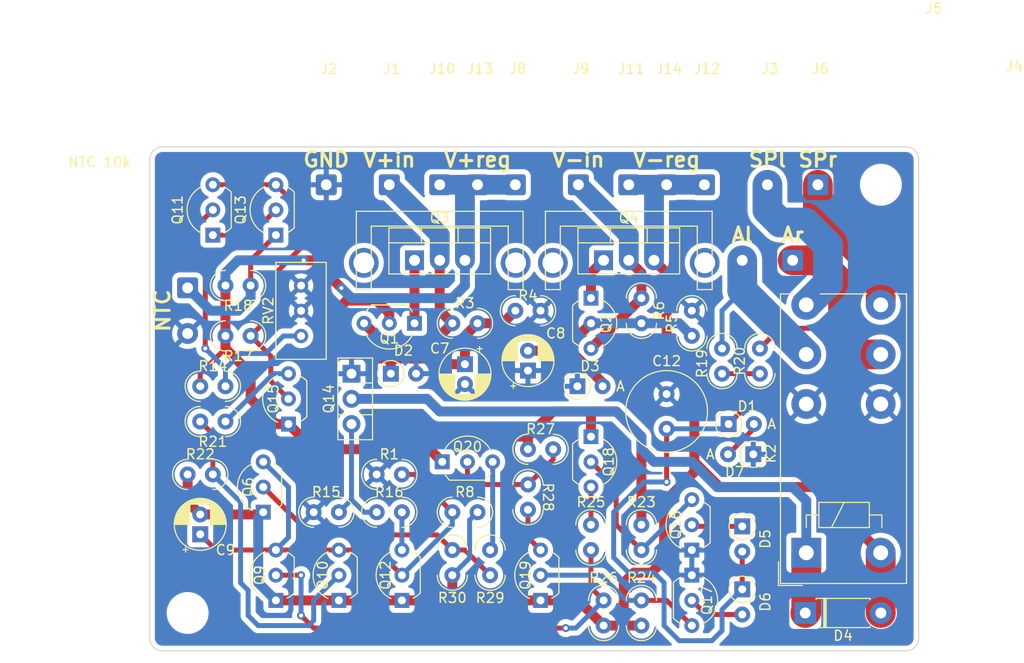
<source format=kicad_pcb>
(kicad_pcb (version 20221018) (generator pcbnew)
  (layers (0 "F.Cu" signal) (31 "B.Cu" signal) (34 "B.Paste" user) (35 "F.Paste" user) (36 "B.SilkS" user "B.Silkscreen") (37 "F.SilkS" user "F.Silkscreen") (38 "B.Mask" user) (39 "F.Mask" user) (44 "Edge.Cuts" user))
  (net 0 "")
  (net 1 "GND")
  (net 2 "Net-(C7-Pad1)")
  (net 3 "Net-(C8-Pad2)")
  (net 4 "Net-(C9-Pad1)")
  (net 5 "/-12V_reg")
  (net 6 "Net-(D4-Pad1)")
  (net 7 "Net-(C12-Pad1)")
  (net 8 "/V+_unreg")
  (net 9 "Net-(D5-Pad1)")
  (net 10 "Net-(D6-Pad2)")
  (net 11 "/protection_logic/spkr_l")
  (net 12 "/protection_logic/amp_l")
  (net 13 "/protection_logic/amp_r")
  (net 14 "/protection_logic/spkr_r")
  (net 15 "Net-(J7-Pad1)")
  (net 16 "/V-_unreg")
  (net 17 "Net-(Q1-Pad1)")
  (net 18 "/+12V_reg")
  (net 19 "Net-(Q2-Pad1)")
  (net 20 "Net-(Q6-Pad2)")
  (net 21 "Net-(Q9-Pad2)")
  (net 22 "Net-(Q10-Pad2)")
  (net 23 "Net-(Q11-Pad2)")
  (net 24 "Net-(Q11-Pad3)")
  (net 25 "Net-(Q11-Pad1)")
  (net 26 "Net-(Q12-Pad3)")
  (net 27 "Net-(Q14-Pad3)")
  (net 28 "Net-(Q15-Pad3)")
  (net 29 "Net-(Q16-Pad3)")
  (net 30 "Net-(Q17-Pad3)")
  (net 31 "Net-(Q18-Pad3)")
  (net 32 "Net-(Q19-Pad3)")
  (net 33 "Net-(Q20-Pad2)")
  (net 34 "Net-(Q20-Pad3)")
  (net 35 "Net-(D1-Pad2)")
  (footprint "Diode_THT:D_DO-35_SOD27_P2.54mm_Vertical_AnodeUp" (layer "F.Cu") (at 147.32 144.935686 -90)
    (fp_text reference "D6")
    (fp_text value "1N4148")
  )
  (footprint "Package_TO_SOT_THT:TO-220-3_Vertical" (layer "F.Cu") (at 114.3 111.76)
    (fp_text reference "Q3")
    (fp_text value "TIP41")
  )
  (footprint "Package_TO_SOT_THT:TO-220-3_Vertical" (layer "F.Cu") (at 133.35 111.76)
    (fp_text reference "Q4")
    (fp_text value "TIP42")
  )
  (footprint "Capacitor_THT:CP_Radial_D5.0mm_P2.00mm" (layer "F.Cu") (at 119.38 122.234888 -90)
    (fp_text reference "C7")
    (fp_text value "10u 25V")
  )
  (footprint "Resistor_THT:r_vertical_symm" (layer "F.Cu") (at 95.25 128.016 180)
    (fp_text reference "R21")
    (fp_text value "10k")
  )
  (footprint "Capacitor_THT:C_Radial_D8.0mm_H11.5mm_P3.50mm" (layer "F.Cu") (at 139.7 128.75 90)
    (fp_text reference "C12")
    (fp_text value "100u 6.3V np")
  )
  (footprint "Connector_Wire:SolderWire-0.5sqmm_1x01_D0.9mm_OD2.1mm" (layer "F.Cu") (at 120.65 104.14)
    (fp_text reference "J13")
    (fp_text value "+12V_reg")
  )
  (footprint "Connector_Wire:SolderWire-0.5sqmm_1x01_D0.9mm_OD2.1mm" (layer "F.Cu") (at 147.32 111.76)
    (fp_text reference "J4")
    (fp_text value "amp_in_l")
  )
  (footprint "Package_TO_SOT_THT:TO-92_Inline_Wide" (layer "F.Cu") (at 132.08 129.54 -90)
    (fp_text reference "Q18")
    (fp_text value "2N3906")
  )
  (footprint "Connector_Wire:SolderWire-0.5sqmm_1x01_D0.9mm_OD2.1mm" (layer "F.Cu") (at 116.84 104.14)
    (fp_text reference "J10")
    (fp_text value "+12V_reg")
  )
  (footprint "Package_TO_SOT_THT:TO-92_Inline_Wide" (layer "F.Cu") (at 93.98 109.22 90)
    (fp_text reference "Q11")
    (fp_text value "2N3904")
  )
  (footprint "Resistor_THT:r_vertical_symm" (layer "F.Cu") (at 118.11 137.16)
    (fp_text reference "R8")
    (fp_text value "27k")
  )
  (footprint "Resistor_THT:r_vertical_symm" (layer "F.Cu") (at 95.25 114.3)
    (fp_text reference "R18")
    (fp_text value "10k")
  )
  (footprint "Capacitor_THT:CP_Radial_D5.0mm_P2.00mm" (layer "F.Cu") (at 92.71 139.385113 90)
    (fp_text reference "C9")
    (fp_text value "10u 25V")
  )
  (footprint "Resistor_THT:r_vertical_symm" (layer "F.Cu") (at 110.49 137.16)
    (fp_text reference "R16")
    (fp_text value "10k")
  )
  (footprint "Package_TO_SOT_THT:TO-92_Inline_Wide" (layer "F.Cu") (at 132.08 115.57 -90)
    (fp_text reference "Q2")
    (fp_text value "2N3906")
  )
  (footprint "Connector_Wire:SolderWire-0.5sqmm_1x01_D0.9mm_OD2.1mm" (layer "F.Cu") (at 135.89 104.14)
    (fp_text reference "J11")
    (fp_text value "-12V_reg")
  )
  (footprint "Diode_THT:D_DO-35_SOD27_P2.54mm_Vertical_AnodeUp" (layer "F.Cu") (at 147.32 138.585686 -90)
    (fp_text reference "D5")
    (fp_text value "1N4148")
  )
  (footprint "Connector_Wire:SolderWire-0.5sqmm_1x01_D0.9mm_OD2.1mm" (layer "F.Cu") (at 149.86 104.14)
    (fp_text reference "J3")
    (fp_text value "spkr_out_l")
  )
  (footprint "Resistor_THT:r_vertical_symm" (layer "F.Cu") (at 118.11 140.97 -90)
    (fp_text reference "R30")
    (fp_text value "1k")
  )
  (footprint "Resistor_THT:r_vertical_symm" (layer "F.Cu") (at 124.46 116.84)
    (fp_text reference "R4")
    (fp_text value "27k")
  )
  (footprint "Connector_Wire:SolderWire-0.5sqmm_1x01_D0.9mm_OD2.1mm" (layer "F.Cu") (at 124.46 104.14)
    (fp_text reference "J8")
    (fp_text value "+12V_reg")
  )
  (footprint "Resistor_THT:r_vertical_symm" (layer "F.Cu") (at 118.11 118.11)
    (fp_text reference "R3")
    (fp_text value "4k7")
  )
  (footprint "Resistor_THT:r_vertical_symm" (layer "F.Cu") (at 137.16 146.05 -90)
    (fp_text reference "R24")
    (fp_text value "100k")
  )
  (footprint "Connector_Wire:SolderWire-0.5sqmm_1x01_D0.9mm_OD2.1mm" (layer "F.Cu") (at 143.51 104.14)
    (fp_text reference "J12")
    (fp_text value "-12V_reg")
  )
  (footprint "Resistor_THT:r_vertical_symm" (layer "F.Cu") (at 137.16 138.43 -90)
    (fp_text reference "R23")
    (fp_text value "100k")
  )
  (footprint "Resistor_THT:r_vertical_symm" (layer "F.Cu") (at 132.08 138.43 -90)
    (fp_text reference "R25")
    (fp_text value "10k")
  )
  (footprint "Package_TO_SOT_THT:TO-92_Inline_Wide" (layer "F.Cu") (at 142.24 143.51 -90)
    (fp_text reference "Q17")
    (fp_text value "2N3906")
  )
  (footprint "Resistor_THT:r_vertical_symm" (layer "F.Cu") (at 133.35 146.05 -90)
    (fp_text reference "R26")
    (fp_text value "1k")
  )
  (footprint "Package_TO_SOT_THT:TO-92_Inline_Wide" (layer "F.Cu") (at 127 146.05 90)
    (fp_text reference "Q19")
    (fp_text value "2N3904")
  )
  (footprint "Package_TO_SOT_THT:TO-92_Inline_Wide" (layer "F.Cu") (at 142.24 140.97 90)
    (fp_text reference "Q16")
    (fp_text value "2N3904")
  )
  (footprint "Diode_THT:D_DO-41_SOD81_P7.62mm_Horizontal" (layer "F.Cu") (at 153.67 147.32)
    (fp_text reference "D4")
    (fp_text value "D")
  )
  (footprint "Connector_Wire:SolderWire-0.5sqmm_1x01_D0.9mm_OD2.1mm" (layer "F.Cu") (at 111.76 104.14)
    (fp_text reference "J1")
    (fp_text value "V+_unreg")
  )
  (footprint "Capacitor_THT:CP_Radial_D5.0mm_P2.00mm" (layer "F.Cu") (at 125.73 122.875113 90)
    (fp_text reference "C8")
    (fp_text value "10u 25V")
  )
  (footprint "Package_TO_SOT_THT:TO-92_Inline_Wide" (layer "F.Cu") (at 100.33 146.05 90)
    (fp_text reference "Q9")
    (fp_text value "2N3904")
  )
  (footprint "Resistor_THT:r_vertical_symm" (layer "F.Cu") (at 121.92 140.97 -90)
    (fp_text reference "R29")
    (fp_text value "10k")
  )
  (footprint "Resistor_THT:r_vertical_symm" (layer "F.Cu") (at 125.73 130.81)
    (fp_text reference "R27")
    (fp_text value "1k")
  )
  (footprint "Package_TO_SOT_THT:TO-92_Inline_Wide" (layer "F.Cu") (at 99.06 137.16 90)
    (fp_text reference "Q6")
    (fp_text value "2N3904")
  )
  (footprint "Resistor_THT:r_vertical_symm" (layer "F.Cu") (at 142.24 116.84 -90)
    (fp_text reference "R5")
    (fp_text value "27k")
  )
  (footprint "Heatsink:heatsink_TO220_22KperW" (layer "F.Cu") (at 135.89 112.014)
    (fp_text reference "REF**")
    (fp_text value "heatsink_TO220_22KperW")
  )
  (footprint "Connector_Wire:SolderWire-0.5sqmm_1x01_D0.9mm_OD2.1mm" (layer "F.Cu") (at 152.4 111.76)
    (fp_text reference "J5")
    (fp_text value "amp_in_r")
  )
  (footprint "Connector_Wire:SolderWire-0.5sqmm_1x01_D0.9mm_OD2.1mm" (layer "F.Cu") (at 139.7 104.14)
    (fp_text reference "J14")
    (fp_text value "-12V_reg")
  )
  (footprint "Potentiometer_THT:Potentiometer_Bourns_3296W_Vertical" (layer "F.Cu") (at 102.87 119.39 -90)
    (fp_text reference "RV2")
    (fp_text value "10k")
  )
  (footprint "Resistor_THT:r_vertical_symm" (layer "F.Cu") (at 93.98 133.35 180)
    (fp_text reference "R22")
    (fp_text value "1k")
  )
  (footprint "Diode_THT:D_DO-35_SOD27_P2.54mm_Vertical_AnodeUp" (layer "F.Cu") (at 130.711686 124.46)
    (fp_text reference "D3")
    (fp_text value "Zener_13V")
  )
  (footprint "Diode_THT:D_DO-35_SOD27_P2.54mm_Vertical_AnodeUp" (layer "F.Cu") (at 148.434315 131.318 180)
    (fp_text reference "D7")
    (fp_text value "Zener_5V")
  )
  (footprint "Diode_THT:D_DO-35_SOD27_P2.54mm_Vertical_AnodeUp" (layer "F.Cu") (at 111.915686 123.19)
    (fp_text reference "D2")
    (fp_text value "Zener_13V")
  )
  (footprint "Resistor_THT:r_vertical_symm" (layer "F.Cu") (at 149.098 120.65 -90)
    (fp_text reference "R20")
    (fp_text value "10k")
  )
  (footprint "Resistor_THT:r_vertical_symm" (layer "F.Cu") (at 145.288 120.65 -90)
    (fp_text reference "R19")
    (fp_text value "10k")
  )
  (footprint "Heatsink:heatsink_TO220_22KperW" (layer "F.Cu") (at 116.84 112.014)
    (fp_text reference "REF**")
    (fp_text value "heatsink_TO220_22KperW")
  )
  (footprint "Connector_Wire:SolderWire-0.5sqmm_1x01_D0.9mm_OD2.1mm" (layer "F.Cu") (at 154.94 104.14)
    (fp_text reference "J6")
    (fp_text value "spkr_out_r")
  )
  (footprint "Package_TO_SOT_THT:TO-92_Inline_Wide" (layer "F.Cu") (at 117.094 132.08)
    (fp_text reference "Q20")
    (fp_text value "2N3906")
  )
  (footprint "Package_TO_SOT_THT:TO-92_Inline_Wide" (layer "F.Cu") (at 114.3 118.11 180)
    (fp_text reference "Q1")
    (fp_text value "2N3904")
  )
  (footprint "Diode_THT:D_DO-35_SOD27_P2.54mm_Vertical_AnodeUp" (layer "F.Cu") (at 145.951686 128.27)
    (fp_text reference "D1")
    (fp_text value "Zener_5V")
  )
  (footprint "Package_TO_SOT_THT:TO-92_Inline_Wide" (layer "F.Cu") (at 106.68 146.05 90)
    (fp_text reference "Q10")
    (fp_text value "2N3904")
  )
  (footprint "Relay_THT:Relay_DPDT_Finder_40.52" (layer "F.Cu") (at 153.7725 141.2475 90)
    (fp_text reference "K2")
    (fp_text value "FINDER-40.52")
  )
  (footprint "MountingHole:MountingHole_3.2mm_M3" (layer "F.Cu") (at 161.29 104.14)
    (fp_text reference "H2")
    (fp_text value "MountingHole")
  )
  (footprint "Connector_Wire:SolderWire-0.5sqmm_1x02_P4.6mm_D0.9mm_OD2.1mm" (layer "F.Cu") (at 91.44 114.54 -90)
    (fp_text reference "J7")
    (fp_text value "NTC_10k")
  )
  (footprint "Package_TO_SOT_THT:TO-92_Inline_Wide" (layer "F.Cu") (at 101.6 128.27 90)
    (fp_text reference "Q15")
    (fp_text value "2N3906")
  )
  (footprint "Package_TO_SOT_THT:TO-126-3_Vertical" (layer "F.Cu") (at 107.95 123.19 -90)
    (fp_text reference "Q14")
    (fp_text value "BD140")
  )
  (footprint "Resistor_THT:r_vertical_symm" (layer "F.Cu") (at 137.16 118.11 90)
    (fp_text reference "R6")
    (fp_text value "4k7")
  )
  (footprint "Resistor_THT:r_vertical_symm" (layer "F.Cu") (at 95.25 119.38)
    (fp_text reference "R17")
    (fp_text value "100k")
  )
  (footprint "Connector_Wire:SolderWire-0.5sqmm_1x01_D0.9mm_OD2.1mm" (layer "F.Cu") (at 105.41 104.14)
    (fp_text reference "J2")
    (fp_text value "GND_in")
  )
  (footprint "Resistor_THT:r_vertical_symm" (layer "F.Cu") (at 104.14 137.16)
    (fp_text reference "R15")
    (fp_text value "2k2")
  )
  (footprint "Resistor_THT:r_vertical_symm" (layer "F.Cu") (at 125.73 134.366 -90)
    (fp_text reference "R28")
    (fp_text value "10k")
  )
  (footprint "Package_TO_SOT_THT:TO-92_Inline_Wide" (layer "F.Cu") (at 100.33 109.22 90)
    (fp_text reference "Q13")
    (fp_text value "2N3904")
  )
  (footprint "Resistor_THT:r_vertical_symm" (layer "F.Cu") (at 92.71 124.46)
    (fp_text reference "R14")
    (fp_text value "10k")
  )
  (footprint "MountingHole:MountingHole_3.2mm_M3" (layer "F.Cu") (at 91.44 147.32)
    (fp_text reference "H1")
    (fp_text value "MountingHole")
  )
  (footprint "Resistor_THT:r_vertical_symm" (layer "F.Cu") (at 110.49 133.35)
    (fp_text reference "R1")
    (fp_text value "100k")
  )
  (footprint "Package_TO_SOT_THT:TO-92_Inline_Wide" (layer "F.Cu") (at 113.03 146.05 90)
    (fp_text reference "Q12")
    (fp_text value "2N3904")
  )
  (footprint "Connector_Wire:SolderWire-0.5sqmm_1x01_D0.9mm_OD2.1mm" (layer "F.Cu") (at 130.81 104.14)
    (fp_text reference "J9")
    (fp_text value "V-_unreg")
  )
  (gr_arc (start 88.9 151.13) (mid 88.001974 150.758026) (end 87.63 149.86) (stroke (width 0.1)) (layer "Edge.Cuts"))
  (gr_line (start 88.9 151.13) (end 163.83 151.13) (stroke (width 0.1)) (layer "Edge.Cuts"))
  (gr_line (start 88.9 100.33) (end 163.83 100.33) (stroke (width 0.1)) (layer "Edge.Cuts"))
  (gr_arc (start 165.1 149.86) (mid 164.728026 150.758026) (end 163.83 151.13) (stroke (width 0.1)) (layer "Edge.Cuts"))
  (gr_line (start 87.63 101.6) (end 87.63 149.86) (stroke (width 0.1)) (layer "Edge.Cuts"))
  (gr_line (start 165.1 101.6) (end 165.1 149.86) (stroke (width 0.1)) (layer "Edge.Cuts"))
  (gr_arc (start 163.83 100.33) (mid 164.728026 100.701974) (end 165.1 101.6) (stroke (width 0.1)) (layer "Edge.Cuts"))
  (gr_arc (start 87.63 101.6) (mid 88.001974 100.701974) (end 88.9 100.33) (stroke (width 0.1)) (layer "Edge.Cuts"))
  (gr_text "Al" (at 147.32 109.22) (layer "F.SilkS") (effects (font (size 1.5 1.5) (thickness 0.3))))
  (gr_text "NTC" (at 88.9 116.84 90) (layer "F.SilkS") (effects (font (size 1.5 1.5) (thickness 0.3))))
  (gr_text "NTC 10k" (at 82.55 101.854) (layer "F.SilkS") (effects (font (size 1 1))))
  (gr_text "V+in" (at 111.76 101.6) (layer "F.SilkS") (effects (font (size 1.5 1.5) (thickness 0.3))))
  (gr_text "V-in" (at 130.81 101.6) (layer "F.SilkS") (effects (font (size 1.5 1.5) (thickness 0.3))))
  (gr_text "V-reg" (at 139.7 101.6) (layer "F.SilkS") (effects (font (size 1.5 1.5) (thickness 0.3))))
  (gr_text "GND\n" (at 105.41 101.6) (layer "F.SilkS") (effects (font (size 1.5 1.5) (thickness 0.3))))
  (gr_text "Ar" (at 152.4 109.22) (layer "F.SilkS") (effects (font (size 1.5 1.5) (thickness 0.3))))
  (gr_text "SPl\n" (at 149.86 101.6) (layer "F.SilkS") (effects (font (size 1.5 1.5) (thickness 0.3))))
  (gr_text "SPr\n" (at 154.94 101.6) (layer "F.SilkS") (effects (font (size 1.5 1.5) (thickness 0.3))))
  (gr_text "V+reg" (at 120.65 101.6) (layer "F.SilkS") (effects (font (size 1.5 1.5) (thickness 0.3))))
  (segment (start 123.19 118.11) (end 124.46 116.84) (width 1) (layer "F.Cu") (net 2))
  (segment (start 110.49 115.824) (end 111.76 117.094) (width 1) (layer "F.Cu") (net 2))
  (segment (start 119.38 120.65) (end 119.38 119.38) (width 1) (layer "F.Cu") (net 2))
  (segment (start 106.426 116.84) (end 107.442 115.824) (width 1) (layer "F.Cu") (net 2))
  (segment (start 119.38 122.234888) (end 117.154888 122.234888) (width 1) (layer "F.Cu") (net 2))
  (segment (start 107.442 115.824) (end 110.49 115.824) (width 1) (layer "F.Cu") (net 2))
  (segment (start 119.38 119.38) (end 120.65 118.11) (width 1) (layer "F.Cu") (net 2))
  (segment (start 119.38 122.234888) (end 119.38 120.65) (width 1) (layer "F.Cu") (net 2))
  (segment (start 106.426 118.364) (end 106.426 116.84) (width 1) (layer "F.Cu") (net 2))
  (segment (start 111.915686 121.666) (end 109.728 121.666) (width 1) (layer "F.Cu") (net 2))
  (segment (start 111.76 117.094) (end 111.76 118.11) (width 1) (layer "F.Cu") (net 2))
  (segment (start 117.154888 122.234888) (end 116.586 121.666) (width 1) (layer "F.Cu") (net 2))
  (segment (start 111.915686 121.666) (end 111.915686 123.19) (width 1) (layer "F.Cu") (net 2))
  (segment (start 109.728 121.666) (end 106.426 118.364) (width 1) (layer "F.Cu") (net 2))
  (segment (start 120.65 118.11) (end 123.19 118.11) (width 1) (layer "F.Cu") (net 2))
  (segment (start 116.586 121.666) (end 111.915686 121.666) (width 1) (layer "F.Cu") (net 2))
  (segment (start 130.019113 120.875113) (end 133.251686 124.107686) (width 1) (layer "F.Cu") (net 3))
  (segment (start 129.314887 120.875113) (end 130.019113 120.875113) (width 1) (layer "F.Cu") (net 3))
  (segment (start 125.73 120.875113) (end 129.314887 120.875113) (width 1) (layer "F.Cu") (net 3))
  (segment (start 133.251686 124.107686) (end 133.251686 124.46) (width 1) (layer "F.Cu") (net 3))
  (segment (start 129.314887 120.875113) (end 132.08 118.11) (width 1) (layer "F.Cu") (net 3))
  (segment (start 132.08 118.11) (end 134.62 118.11) (width 1) (layer "B.Cu") (net 3))
  (segment (start 137.16 118.11) (end 140.97 118.11) (width 1) (layer "B.Cu") (net 3))
  (segment (start 140.97 118.11) (end 142.24 119.38) (width 1) (layer "B.Cu") (net 3))
  (segment (start 134.62 118.11) (end 137.16 118.11) (width 1) (layer "B.Cu") (net 3))
  (segment (start 114.3 133.35) (end 118.11 137.16) (width 0.5) (layer "F.Cu") (net 4))
  (segment (start 94.294887 140.97) (end 92.71 139.385113) (width 0.5) (layer "F.Cu") (net 4))
  (segment (start 100.33 140.97) (end 94.294887 140.97) (width 0.5) (layer "F.Cu") (net 4))
  (segment (start 110.49 140.97) (end 113.03 143.51) (width 0.5) (layer "F.Cu") (net 4))
  (segment (start 113.03 133.35) (end 114.3 133.35) (width 0.5) (layer "F.Cu") (net 4))
  (segment (start 100.33 140.97) (end 110.49 140.97) (width 0.5) (layer "F.Cu") (net 4))
  (segment (start 118.11 138.43) (end 113.03 143.51) (width 0.5) (layer "B.Cu") (net 4))
  (segment (start 100.33 140.97) (end 101.6 139.7) (width 0.5) (layer "B.Cu") (net 4))
  (segment (start 101.6 139.7) (end 101.6 134.62) (width 0.5) (layer "B.Cu") (net 4))
  (segment (start 101.6 134.62) (end 99.06 132.08) (width 0.5) (layer "B.Cu") (net 4))
  (segment (start 118.11 137.16) (end 118.11 138.43) (width 0.5) (layer "B.Cu") (net 4))
  (segment (start 136.398 143.256) (end 138.176 143.256) (width 1) (layer "F.Cu") (net 5))
  (segment (start 98.834887 137.385113) (end 99.06 137.16) (width 1) (layer "F.Cu") (net 5))
  (segment (start 145.034 134.62) (end 154.645 134.62) (width 1) (layer "F.Cu") (net 5))
  (segment (start 161.2725 141.2475) (end 161.2725 147.3025) (width 3) (layer "F.Cu") (net 5))
  (segment (start 138.43 111.76) (end 139.7 113.03) (width 1) (layer "F.Cu") (net 5))
  (segment (start 138.176 143.256) (end 139.446 141.986) (width 1) (layer "F.Cu") (net 5))
  (segment (start 139.7 121.412) (end 142.494 124.206) (width 1) (layer "F.Cu") (net 5))
  (segment (start 91.44 136.115113) (end 92.71 137.385113) (width 1) (layer "F.Cu") (net 5))
  (segment (start 155.956 135.931) (end 161.2725 141.2475) (width 1) (layer "F.Cu") (net 5))
  (segment (start 100.33 146.05) (end 115.57 146.05) (width 1) (layer "F.Cu") (net 5))
  (segment (start 135.382 144.272) (end 136.398 143.256) (width 1) (layer "F.Cu") (net 5))
  (segment (start 142.494 132.08) (end 145.034 134.62) (width 1) (layer "F.Cu") (net 5))
  (segment (start 91.44 133.35) (end 91.44 136.115113) (width 1) (layer "F.Cu") (net 5))
  (segment (start 127 146.05) (end 130.81 146.05) (width 1) (layer "F.Cu") (net 5))
  (segment (start 139.446 136.144) (end 142.494 133.096) (width 1) (layer "F.Cu") (net 5))
  (segment (start 154.645 134.62) (end 155.956 135.931) (width 1) (layer "F.Cu") (net 5))
  (segment (start 133.35 148.59) (end 135.382 148.59) (width 1) (layer "F.Cu") (net 5))
  (segment (start 139.446 141.986) (end 139.446 136.144) (width 1) (layer "F.Cu") (net 5))
  (segment (start 135.382 148.59) (end 137.16 148.59) (width 1) (layer "F.Cu") (net 5))
  (segment (start 130.81 146.05) (end 133.35 148.59) (width 1) (layer "F.Cu") (net 5))
  (segment (start 139.7 113.03) (end 139.7 121.412) (width 1) (layer "F.Cu") (net 5))
  (segment (start 115.57 146.05) (end 118.11 146.05) (width 1) (layer "F.Cu") (net 5))
  (segment (start 161.2725 147.3025) (end 161.29 147.32) (width 3) (layer "F.Cu") (net 5))
  (segment (start 92.71 137.385113) (end 98.834887 137.385113) (width 1) (layer "F.Cu") (net 5))
  (segment (start 135.382 148.59) (end 135.382 144.272) (width 1) (layer "F.Cu") (net 5))
  (segment (start 118.11 146.05) (end 118.11 143.51) (width 1) (layer "F.Cu") (net 5))
  (segment (start 142.494 124.206) (end 142.494 132.08) (width 1) (layer "F.Cu") (net 5))
  (segment (start 115.57 146.05) (end 127 146.05) (width 1) (layer "F.Cu") (net 5))
  (segment (start 142.494 133.096) (end 142.494 132.08) (width 1) (layer "F.Cu") (net 5))
  (segment (start 120.65 137.16) (end 119.850001 137.959999) (width 0.5) (layer "B.Cu") (net 5))
  (segment (start 138.43 104.14) (end 135.89 104.14) (width 2) (layer "B.Cu") (net 5))
  (segment (start 138.43 104.14) (end 143.51 104.14) (width 2) (layer "B.Cu") (net 5))
  (segment (start 100.33 146.05) (end 98.552 144.272) (width 1) (layer "B.Cu") (net 5))
  (segment (start 98.552 137.668) (end 99.06 137.16) (width 1) (layer "B.Cu") (net 5))
  (segment (start 119.850001 141.769999) (end 118.11 143.51) (width 0.5) (layer "B.Cu") (net 5))
  (segment (start 119.850001 137.959999) (end 119.850001 141.769999) (width 0.5) (layer "B.Cu") (net 5))
  (segment (start 98.552 144.272) (end 98.552 137.668) (width 1) (layer "B.Cu") (net 5))
  (segment (start 138.43 104.14) (end 138.43 111.76) (width 2) (layer "B.Cu") (net 5))
  (segment (start 153.7725 141.2475) (end 153.7725 147.2175) (width 3) (layer "F.Cu") (net 6))
  (segment (start 153.7725 147.2175) (end 153.67 147.32) (width 3) (layer "F.Cu") (net 6))
  (segment (start 153.7725 135.9925) (end 153.7725 141.2475) (width 1) (layer "B.Cu") (net 6))
  (segment (start 116.84 127) (end 134.62 127) (width 1) (layer "B.Cu") (net 6))
  (segment (start 137.16 129.54) (end 137.16 130.81) (width 1) (layer "B.Cu") (net 6))
  (segment (start 137.16 130.81) (end 138.43 132.08) (width 1) (layer "B.Cu") (net 6))
  (segment (start 115.57 125.73) (end 116.84 127) (width 1) (layer "B.Cu") (net 6))
  (segment (start 107.95 125.73) (end 115.57 125.73) (width 1) (layer "B.Cu") (net 6))
  (segment (start 142.24 132.08) (end 144.78 134.62) (width 1) (layer "B.Cu") (net 6))
  (segment (start 144.78 134.62) (end 152.4 134.62) (width 1) (layer "B.Cu") (net 6))
  (segment (start 152.4 134.62) (end 153.7725 135.9925) (width 1) (layer "B.Cu") (net 6))
  (segment (start 138.43 132.08) (end 142.24 132.08) (width 1) (layer "B.Cu") (net 6))
  (segment (start 134.62 127) (end 137.16 129.54) (width 1) (layer "B.Cu") (net 6))
  (segment (start 147.32 123.19) (end 145.288 123.19) (width 0.5) (layer "F.Cu") (net 7))
  (segment (start 147.32 126.901686) (end 147.32 123.19) (width 0.5) (layer "F.Cu") (net 7))
  (segment (start 139.7 134.112) (end 139.7 128.75) (width 0.5) (layer "F.Cu") (net 7))
  (segment (start 145.951686 128.27) (end 147.32 126.901686) (width 0.5) (layer "F.Cu") (net 7))
  (segment (start 147.32 144.935686) (end 147.32 141.125686) (width 0.5) (layer "F.Cu") (net 7))
  (segment (start 149.098 123.19) (end 147.32 123.19) (width 0.5) (layer "F.Cu") (net 7))
  (via (at 139.7 134.112) (size 0.8) (drill 0.4) (layers "F.Cu" "B.Cu") (net 7))
  (segment (start 134.366 137.16) (end 137.414 134.112) (width 0.5) (layer "B.Cu") (net 7))
  (segment (start 138.43 143.256) (end 135.89 143.256) (width 0.5) (layer "B.Cu") (net 7))
  (segment (start 139.446 148.59) (end 139.446 144.272) (width 0.5) (layer "B.Cu") (net 7))
  (segment (start 145.951686 128.27) (end 145.471686 128.75) (width 0.5) (layer "B.Cu") (net 7))
  (segment (start 144.272 150.114) (end 140.97 150.114) (width 0.5) (layer "B.Cu") (net 7))
  (segment (start 145.471686 128.75) (end 139.7 128.75) (width 0.5) (layer "B.Cu") (net 7))
  (segment (start 139.446 144.272) (end 138.43 143.256) (width 0.5) (layer "B.Cu") (net 7))
  (segment (start 134.366 141.732) (end 134.366 137.16) (width 0.5) (layer "B.Cu") (net 7))
  (segment (start 135.89 143.256) (end 134.366 141.732) (width 0.5) (layer "B.Cu") (net 7))
  (segment (start 145.288 149.098) (end 144.272 150.114) (width 0.5) (layer "B.Cu") (net 7))
  (segment (start 137.414 134.112) (end 139.7 134.112) (width 0.5) (layer "B.Cu") (net 7))
  (segment (start 147.32 144.935686) (end 145.288 146.967686) (width 0.5) (layer "B.Cu") (net 7))
  (segment (start 145.288 146.967686) (end 145.288 149.098) (width 0.5) (layer "B.Cu") (net 7))
  (segment (start 140.97 150.114) (end 139.446 148.59) (width 0.5) (layer "B.Cu") (net 7))
  (segment (start 111.506 120.396) (end 115.824 120.396) (width 1) (layer "F.Cu") (net 8))
  (segment (start 109.22 118.11) (end 111.506 120.396) (width 1) (layer "F.Cu") (net 8))
  (segment (start 115.824 120.396) (end 118.11 118.11) (width 1) (layer "F.Cu") (net 8))
  (segment (start 118.11 118.11) (end 116.84 116.84) (width 1) (layer "F.Cu") (net 8))
  (segment (start 116.84 116.84) (end 116.84 111.76) (width 1) (layer "F.Cu") (net 8))
  (segment (start 111.76 104.14) (end 116.84 109.22) (width 2) (layer "B.Cu") (net 8))
  (segment (start 116.84 109.22) (end 116.84 111.76) (width 2) (layer "B.Cu") (net 8))
  (segment (start 147.32 138.585686) (end 142.395686 138.585686) (width 0.5) (layer "F.Cu") (net 9))
  (segment (start 142.395686 138.585686) (end 142.24 138.43) (width 1) (layer "F.Cu") (net 9))
  (segment (start 142.24 146.05) (end 143.665686 147.475686) (width 0.5) (layer "F.Cu") (net 10))
  (segment (start 143.665686 147.475686) (end 147.32 147.475686) (width 0.5) (layer "F.Cu") (net 10))
  (segment (start 153.67 107.95) (end 155.956 110.236) (width 3) (layer "B.Cu") (net 11))
  (segment (start 155.956 114.064) (end 153.7725 116.2475) (width 3) (layer "B.Cu") (net 11))
  (segment (start 155.956 110.236) (end 155.956 114.064) (width 3) (layer "B.Cu") (net 11))
  (segment (start 151.13 107.95) (end 153.67 107.95) (width 3) (layer "B.Cu") (net 11))
  (segment (start 149.86 106.68) (end 151.13 107.95) (width 3) (layer "B.Cu") (net 11))
  (segment (start 149.86 104.14) (end 149.86 106.68) (width 3) (layer "B.Cu") (net 11))
  (segment (start 147.32 114.795) (end 153.7725 121.2475) (width 3) (layer "B.Cu") (net 12))
  (segment (start 145.288 116.827) (end 147.32 114.795) (width 0.5) (layer "B.Cu") (net 12))
  (segment (start 147.32 111.76) (end 147.32 114.795) (width 3) (layer "B.Cu") (net 12))
  (segment (start 145.288 120.65) (end 145.288 116.827) (width 0.5) (layer "B.Cu") (net 12))
  (segment (start 151.13 118.618) (end 156.718 118.618) (width 0.5) (layer "F.Cu") (net 13))
  (segment (start 157.48 119.38) (end 159.3475 121.2475) (width 3) (layer "F.Cu") (net 13))
  (segment (start 157.48 114.3) (end 157.48 119.38) (width 3) (layer "F.Cu") (net 13))
  (segment (start 156.718 118.618) (end 157.48 119.38) (width 0.5) (layer "F.Cu") (net 13))
  (segment (start 159.3475 121.2475) (end 161.2725 121.2475) (width 3) (layer "F.Cu") (net 13))
  (segment (start 154.94 111.76) (end 157.48 114.3) (width 3) (layer "F.Cu") (net 13))
  (segment (start 149.098 120.65) (end 151.13 118.618) (width 0.5) (layer "F.Cu") (net 13))
  (segment (start 152.4 111.76) (end 154.94 111.76) (width 3) (layer "F.Cu") (net 13))
  (segment (start 161.2725 113.0125) (end 161.2725 116.2475) (width 3) (layer "F.Cu") (net 14))
  (segment (start 154.94 106.68) (end 161.2725 113.0125) (width 3) (layer "F.Cu") (net 14))
  (segment (start 154.94 104.14) (end 154.94 106.68) (width 3) (layer "F.Cu") (net 14))
  (segment (start 97.79 114.3) (end 97.79 111.76) (width 0.5) (layer "F.Cu") (net 15))
  (segment (start 97.79 111.76) (end 100.33 109.22) (width 0.5) (layer "F.Cu") (net 15))
  (segment (start 96.52 116.84) (end 93.74 116.84) (width 1) (layer "B.Cu") (net 15))
  (segment (start 93.74 116.84) (end 91.44 114.54) (width 1) (layer "B.Cu") (net 15))
  (segment (start 97.79 115.57) (end 96.52 116.84) (width 1) (layer "B.Cu") (net 15))
  (segment (start 97.79 114.3) (end 97.79 115.57) (width 1) (layer "B.Cu") (net 15))
  (segment (start 137.16 113.03) (end 135.89 111.76) (width 1) (layer "F.Cu") (net 16))
  (segment (start 137.16 115.57) (end 132.08 120.65) (width 1) (layer "F.Cu") (net 16))
  (segment (start 137.16 115.57) (end 137.16 113.03) (width 1) (layer "F.Cu") (net 16))
  (segment (start 130.81 104.14) (end 135.89 109.22) (width 2) (layer "B.Cu") (net 16))
  (segment (start 135.89 109.22) (end 135.89 111.76) (width 2) (layer "B.Cu") (net 16))
  (segment (start 114.3 111.76) (end 114.3 118.11) (width 1) (layer "F.Cu") (net 17))
  (segment (start 95.25 114.3) (end 95.25 119.38) (width 1) (layer "F.Cu") (net 18))
  (segment (start 132.08 127.508) (end 132.08 129.54) (width 1) (layer "F.Cu") (net 18))
  (segment (start 104.14 130.81) (end 115.824 130.81) (width 1) (layer "F.Cu") (net 18))
  (segment (start 115.824 130.81) (end 117.094 132.08) (width 1) (layer "F.Cu") (net 18))
  (segment (start 116.84 129.54) (end 125.73 129.54) (width 1) (layer "F.Cu") (net 18))
  (segment (start 128.27 127) (end 134.62 127) (width 1) (layer "F.Cu") (net 18))
  (segment (start 103.124 111.76) (end 104.14 111.76) (width 1) (layer "F.Cu") (net 18))
  (segment (start 125.73 129.54) (end 125.73 130.81) (width 1) (layer "F.Cu") (net 18))
  (segment (start 97.79 125.73) (end 100.33 128.27) (width 1) (layer "F.Cu") (net 18))
  (segment (start 115.824 130.81) (end 115.824 130.556) (width 1) (layer "F.Cu") (net 18))
  (segment (start 115.824 130.556) (end 116.84 129.54) (width 1) (layer "F.Cu") (net 18))
  (segment (start 100.33 128.27) (end 101.6 128.27) (width 1) (layer "F.Cu") (net 18))
  (segment (start 92.71 123.19) (end 95.25 120.65) (width 0.5) (layer "F.Cu") (net 18))
  (segment (start 137.16 129.54) (end 137.16 138.43) (width 1) (layer "F.Cu") (net 18))
  (segment (start 104.14 111.76) (end 106.934 114.554) (width 1) (layer "F.Cu") (net 18))
  (segment (start 134.62 127) (end 137.16 129.54) (width 1) (layer "F.Cu") (net 18))
  (segment (start 101.6 128.27) (end 104.14 130.81) (width 1) (layer "F.Cu") (net 18))
  (segment (start 95.25 119.38) (end 95.25 120.65) (width 1) (layer "F.Cu") (net 18))
  (segment (start 125.73 129.54) (end 128.27 127) (width 1) (layer "F.Cu") (net 18))
  (segment (start 95.25 120.65) (end 97.79 123.19) (width 1) (layer "F.Cu") (net 18))
  (segment (start 92.71 124.46) (end 92.71 123.19) (width 0.5) (layer "F.Cu") (net 18))
  (segment (start 97.79 123.19) (end 97.79 125.73) (width 1) (layer "F.Cu") (net 18))
  (via (at 106.934 114.554) (size 0.8) (drill 0.4) (layers "F.Cu" "B.Cu") (net 18))
  (via (at 103.124 111.76) (size 0.8) (drill 0.4) (layers "F.Cu" "B.Cu") (net 18))
  (segment (start 119.38 104.14) (end 124.46 104.14) (width 2) (layer "B.Cu") (net 18))
  (segment (start 118.11 115.57) (end 119.38 114.3) (width 1) (layer "B.Cu") (net 18))
  (segment (start 95.25 113.03) (end 96.52 111.76) (width 1) (layer "B.Cu") (net 18))
  (segment (start 107.95 115.57) (end 118.11 115.57) (width 1) (layer "B.Cu") (net 18))
  (segment (start 119.38 104.14) (end 119.38 111.76) (width 2) (layer "B.Cu") (net 18))
  (segment (start 95.25 114.3) (end 95.25 113.03) (width 1) (layer "B.Cu") (net 18))
  (segment (start 119.38 114.3) (end 119.38 111.76) (width 1) (layer "B.Cu") (net 18))
  (segment (start 96.52 111.76) (end 103.124 111.76) (width 1) (layer "B.Cu") (net 18))
  (segment (start 119.38 104.14) (end 116.84 104.14) (width 2) (layer "B.Cu") (net 18))
  (segment (start 106.934 114.554) (end 107.95 115.57) (width 1) (layer "B.Cu") (net 18))
  (segment (start 132.08 115.57) (end 132.08 113.03) (width 1) (layer "F.Cu") (net 19))
  (segment (start 132.08 113.03) (end 133.35 111.76) (width 1) (layer "F.Cu") (net 19))
  (segment (start 118.11 140.97) (end 119.38 140.97) (width 0.5) (layer "F.Cu") (net 20))
  (segment (start 103.886 139.446) (end 116.586 139.446) (width 0.5) (layer "F.Cu") (net 20))
  (segment (start 99.06 134.62) (end 103.886 139.446) (width 0.5) (layer "F.Cu") (net 20))
  (segment (start 119.38 140.97) (end 121.92 143.51) (width 0.5) (layer "F.Cu") (net 20))
  (segment (start 116.586 139.446) (end 118.11 140.97) (width 0.5) (layer "F.Cu") (net 20))
  (segment (start 115.824 148.844) (end 129.54 148.844) (width 0.5) (layer "F.Cu") (net 21))
  (segment (start 104.14 148.844) (end 115.824 148.844) (width 0.5) (layer "F.Cu") (net 21))
  (segment (start 102.87 147.574) (end 104.14 148.844) (width 0.5) (layer "F.Cu") (net 21))
  (segment (start 132.08 144.78) (end 133.35 146.05) (width 0.5) (layer "F.Cu") (net 21))
  (segment (start 132.08 140.97) (end 132.08 144.78) (width 0.5) (layer "F.Cu") (net 21))
  (segment (start 100.33 143.51) (end 102.87 143.51) (width 0.5) (layer "F.Cu") (net 21))
  (via (at 129.54 148.844) (size 0.8) (drill 0.4) (layers "F.Cu" "B.Cu") (net 21))
  (via (at 102.87 143.51) (size 0.8) (drill 0.4) (layers "F.Cu" "B.Cu") (net 21))
  (via (at 102.87 147.574) (size 0.8) (drill 0.4) (layers "F.Cu" "B.Cu") (net 21))
  (segment (start 130.556 148.844) (end 133.35 146.05) (width 0.5) (layer "B.Cu") (net 21))
  (segment (start 102.87 143.51) (end 102.87 147.574) (width 0.5) (layer "B.Cu") (net 21))
  (segment (start 129.54 148.844) (end 130.556 148.844) (width 0.5) (layer "B.Cu") (net 21))
  (segment (start 93.98 133.35) (end 93.98 129.286) (width 0.5) (layer "F.Cu") (net 22))
  (segment (start 93.98 129.286) (end 92.71 128.016) (width 0.5) (layer "F.Cu") (net 22))
  (segment (start 104.14 148.082) (end 104.14 146.05) (width 0.5) (layer "B.Cu") (net 22))
  (segment (start 97.536 147.574) (end 98.552 148.59) (width 0.5) (layer "B.Cu") (net 22))
  (segment (start 98.552 148.59) (end 103.632 148.59) (width 0.5) (layer "B.Cu") (net 22))
  (segment (start 96.774 144.272) (end 97.536 145.034) (width 0.5) (layer "B.Cu") (net 22))
  (segment (start 93.98 133.35) (end 96.774 136.144) (width 0.5) (layer "B.Cu") (net 22))
  (segment (start 96.774 136.144) (end 96.774 144.272) (width 0.5) (layer "B.Cu") (net 22))
  (segment (start 104.14 146.05) (end 106.68 143.51) (width 0.5) (layer "B.Cu") (net 22))
  (segment (start 103.632 148.59) (end 104.14 148.082) (width 0.5) (layer "B.Cu") (net 22))
  (segment (start 97.536 145.034) (end 97.536 147.574) (width 0.5) (layer "B.Cu") (net 22))
  (segment (start 93.218 112.268) (end 91.948 110.998) (width 0.5) (layer "F.Cu") (net 23))
  (segment (start 91.948 108.712) (end 93.98 106.68) (width 0.5) (layer "F.Cu") (net 23))
  (segment (start 93.218 120.65) (end 93.218 112.268) (width 0.5) (layer "F.Cu") (net 23))
  (segment (start 91.948 110.998) (end 91.948 108.712) (width 0.5) (layer "F.Cu") (net 23))
  (via (at 93.218 120.65) (size 0.8) (drill 0.4) (layers "F.Cu" "B.Cu") (net 23))
  (segment (start 99.314 121.158) (end 96.774 121.158) (width 0.5) (layer "B.Cu") (net 23))
  (segment (start 95.25 122.682) (end 93.218 120.65) (width 0.5) (layer "B.Cu") (net 23))
  (segment (start 95.25 124.46) (end 95.25 122.682) (width 0.5) (layer "B.Cu") (net 23))
  (segment (start 102.87 119.39) (end 101.082 119.39) (width 0.5) (layer "B.Cu") (net 23))
  (segment (start 96.774 121.158) (end 95.25 122.682) (width 0.5) (layer "B.Cu") (net 23))
  (segment (start 101.082 119.39) (end 99.314 121.158) (width 0.5) (layer "B.Cu") (net 23))
  (segment (start 99.822 123.952) (end 99.822 121.412) (width 0.5) (layer "F.Cu") (net 24))
  (segment (start 100.33 113.03) (end 102.87 110.49) (width 0.5) (layer "F.Cu") (net 24))
  (segment (start 99.822 121.412) (end 97.79 119.38) (width 0.5) (layer "F.Cu") (net 24))
  (segment (start 100.33 116.84) (end 100.33 113.03) (width 0.5) (layer "F.Cu") (net 24))
  (segment (start 102.87 106.68) (end 100.33 104.14) (width 0.5) (layer "F.Cu") (net 24))
  (segment (start 97.79 119.38) (end 100.33 116.84) (width 0.5) (layer "F.Cu") (net 24))
  (segment (start 101.6 125.73) (end 99.822 123.952) (width 0.5) (layer "F.Cu") (net 24))
  (segment (start 102.87 110.49) (end 102.87 106.68) (width 0.5) (layer "F.Cu") (net 24))
  (segment (start 100.33 104.14) (end 93.98 104.14) (width 0.5) (layer "F.Cu") (net 24))
  (segment (start 97.79 109.22) (end 100.33 106.68) (width 0.5) (layer "F.Cu") (net 25))
  (segment (start 93.98 109.22) (end 97.79 109.22) (width 0.5) (layer "F.Cu") (net 25))
  (segment (start 113.03 140.97) (end 113.03 137.16) (width 0.5) (layer "B.Cu") (net 26))
  (segment (start 107.95 135.89) (end 106.68 137.16) (width 0.5) (layer "B.Cu") (net 27))
  (segment (start 107.95 135.89) (end 109.22 137.16) (width 0.5) (layer "B.Cu") (net 27))
  (segment (start 107.95 128.27) (end 107.95 135.89) (width 0.5) (layer "B.Cu") (net 27))
  (segment (start 109.22 137.16) (end 110.49 137.16) (width 0.5) (layer "B.Cu") (net 27))
  (segment (start 100.076 123.19) (end 95.25 128.016) (width 0.5) (layer "B.Cu") (net 28))
  (segment (start 101.6 123.19) (end 100.076 123.19) (width 0.5) (layer "B.Cu") (net 28))
  (segment (start 134.62 138.43) (end 137.16 140.97) (width 0.5) (layer "F.Cu") (net 29))
  (segment (start 134.62 134.62) (end 134.62 138.43) (width 0.5) (layer "F.Cu") (net 29))
  (segment (start 132.08 132.08) (end 134.62 134.62) (width 0.5) (layer "F.Cu") (net 29))
  (segment (start 142.24 135.89) (end 137.16 140.97) (width 0.5) (layer "B.Cu") (net 29))
  (segment (start 139.7 146.05) (end 142.24 148.59) (width 0.5) (layer "F.Cu") (net 30))
  (segment (start 137.16 146.05) (end 139.7 146.05) (width 0.5) (layer "F.Cu") (net 30))
  (segment (start 133.096 143.51) (end 127 143.51) (width 0.5) (layer "B.Cu") (net 30))
  (segment (start 135.636 146.05) (end 133.096 143.51) (width 0.5) (layer "B.Cu") (net 30))
  (segment (start 137.16 146.05) (end 135.636 146.05) (width 0.5) (layer "B.Cu") (net 30))
  (segment (start 132.08 134.62) (end 132.08 138.43) (width 0.5) (layer "F.Cu") (net 31))
  (segment (start 125.73 139.7) (end 127 140.97) (width 0.5) (layer "F.Cu") (net 32))
  (segment (start 125.73 136.906) (end 125.73 139.7) (width 0.5) (layer "F.Cu") (net 32))
  (segment (start 119.634 132.08) (end 119.634 133.604) (width 0.5) (layer "F.Cu") (net 33))
  (segment (start 120.396 134.366) (end 125.73 134.366) (width 0.5) (layer "F.Cu") (net 33))
  (segment (start 119.634 133.604) (end 120.396 134.366) (width 0.5) (layer "F.Cu") (net 33))
  (segment (start 128.27 130.81) (end 128.27 131.826) (width 0.5) (layer "F.Cu") (net 33))
  (segment (start 128.27 131.826) (end 125.73 134.366) (width 0.5) (layer "F.Cu") (net 33))
  (segment (start 122.174 140.716) (end 121.92 140.97) (width 1) (layer "B.Cu") (net 34))
  (segment (start 122.174 132.08) (end 122.174 140.716) (width 0.5) (layer "B.Cu") (net 34))
  (segment (start 148.491686 128.27) (end 148.491686 128.720629) (width 0.5) (layer "F.Cu") (net 35))
  (segment (start 148.491686 128.720629) (end 145.894315 131.318) (width 0.5) (layer "F.Cu") (net 35))
  (zone (net 1) (net_name "GND") (layer "B.Cu") (connect_pads (clearance 0.508)) (min_thickness 0.254) (fill yes (thermal_gap 0.508) (thermal_bridge_width 0.508))
    (polygon (pts (xy 165.1 151.13) (xy 87.63 151.13) (xy 87.63 100.33) (xy 165.1 100.33)))
  )
)
</source>
